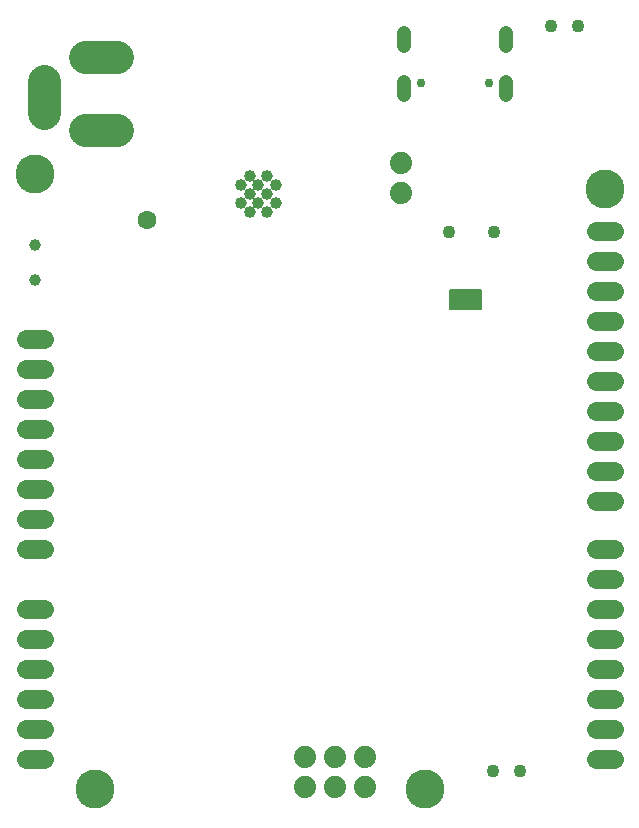
<source format=gbr>
G04 EAGLE Gerber RS-274X export*
G75*
%MOMM*%
%FSLAX34Y34*%
%LPD*%
%INSoldermask Bottom*%
%IPPOS*%
%AMOC8*
5,1,8,0,0,1.08239X$1,22.5*%
G01*
%ADD10C,3.301600*%
%ADD11C,1.601600*%
%ADD12C,1.001600*%
%ADD13C,1.101600*%
%ADD14C,1.879600*%
%ADD15C,2.801600*%
%ADD16C,1.209600*%
%ADD17C,0.751600*%
%ADD18C,1.009600*%
%ADD19C,1.601600*%

G36*
X400168Y431816D02*
X400168Y431816D01*
X400287Y431823D01*
X400325Y431836D01*
X400366Y431841D01*
X400476Y431884D01*
X400589Y431921D01*
X400624Y431943D01*
X400661Y431958D01*
X400757Y432028D01*
X400858Y432091D01*
X400886Y432121D01*
X400919Y432144D01*
X400995Y432236D01*
X401076Y432323D01*
X401096Y432358D01*
X401121Y432389D01*
X401172Y432497D01*
X401230Y432601D01*
X401240Y432641D01*
X401257Y432677D01*
X401279Y432794D01*
X401309Y432909D01*
X401313Y432970D01*
X401317Y432990D01*
X401315Y433010D01*
X401319Y433070D01*
X401319Y448310D01*
X401304Y448428D01*
X401297Y448547D01*
X401284Y448585D01*
X401279Y448626D01*
X401236Y448736D01*
X401199Y448849D01*
X401177Y448884D01*
X401162Y448921D01*
X401093Y449017D01*
X401029Y449118D01*
X400999Y449146D01*
X400976Y449179D01*
X400884Y449255D01*
X400797Y449336D01*
X400762Y449356D01*
X400731Y449381D01*
X400623Y449432D01*
X400519Y449490D01*
X400479Y449500D01*
X400443Y449517D01*
X400326Y449539D01*
X400211Y449569D01*
X400151Y449573D01*
X400131Y449577D01*
X400110Y449575D01*
X400050Y449579D01*
X374650Y449579D01*
X374532Y449564D01*
X374413Y449557D01*
X374375Y449544D01*
X374334Y449539D01*
X374224Y449496D01*
X374111Y449459D01*
X374076Y449437D01*
X374039Y449422D01*
X373943Y449353D01*
X373842Y449289D01*
X373814Y449259D01*
X373781Y449236D01*
X373706Y449144D01*
X373624Y449057D01*
X373604Y449022D01*
X373579Y448991D01*
X373528Y448883D01*
X373470Y448779D01*
X373460Y448739D01*
X373443Y448703D01*
X373421Y448586D01*
X373391Y448471D01*
X373387Y448411D01*
X373383Y448391D01*
X373384Y448384D01*
X373383Y448382D01*
X373384Y448366D01*
X373381Y448310D01*
X373381Y433070D01*
X373396Y432952D01*
X373403Y432833D01*
X373416Y432795D01*
X373421Y432754D01*
X373464Y432644D01*
X373501Y432531D01*
X373523Y432496D01*
X373538Y432459D01*
X373608Y432363D01*
X373671Y432262D01*
X373701Y432234D01*
X373724Y432201D01*
X373816Y432126D01*
X373903Y432044D01*
X373938Y432024D01*
X373969Y431999D01*
X374077Y431948D01*
X374181Y431890D01*
X374221Y431880D01*
X374257Y431863D01*
X374374Y431841D01*
X374489Y431811D01*
X374550Y431807D01*
X374570Y431803D01*
X374590Y431805D01*
X374650Y431801D01*
X400050Y431801D01*
X400168Y431816D01*
G37*
D10*
X353060Y26670D03*
X73660Y26670D03*
X505460Y534670D03*
X22860Y547370D03*
D11*
X15360Y179070D02*
X30360Y179070D01*
X30360Y153670D02*
X15360Y153670D01*
X15360Y128270D02*
X30360Y128270D01*
X30360Y102870D02*
X15360Y102870D01*
X15360Y77470D02*
X30360Y77470D01*
X30360Y52070D02*
X15360Y52070D01*
X497960Y499110D02*
X512960Y499110D01*
X512960Y473710D02*
X497960Y473710D01*
X497960Y448310D02*
X512960Y448310D01*
X512960Y422910D02*
X497960Y422910D01*
X497960Y397510D02*
X512960Y397510D01*
X512960Y372110D02*
X497960Y372110D01*
X497960Y346710D02*
X512960Y346710D01*
X512960Y321310D02*
X497960Y321310D01*
X497960Y295910D02*
X512960Y295910D01*
X512960Y270510D02*
X497960Y270510D01*
X497960Y229870D02*
X512960Y229870D01*
X512960Y204470D02*
X497960Y204470D01*
X497960Y179070D02*
X512960Y179070D01*
X512960Y153670D02*
X497960Y153670D01*
X497960Y128270D02*
X512960Y128270D01*
X512960Y102870D02*
X497960Y102870D01*
X497960Y77470D02*
X512960Y77470D01*
X512960Y52070D02*
X497960Y52070D01*
X30360Y407670D02*
X15360Y407670D01*
X15360Y382270D02*
X30360Y382270D01*
X30360Y356870D02*
X15360Y356870D01*
X15360Y331470D02*
X30360Y331470D01*
X30360Y306070D02*
X15360Y306070D01*
X15360Y280670D02*
X30360Y280670D01*
X30360Y255270D02*
X15360Y255270D01*
X15360Y229870D02*
X30360Y229870D01*
D12*
X22860Y487440D03*
X22860Y457440D03*
D13*
X373380Y497840D03*
X411480Y497840D03*
D14*
X302260Y27940D03*
X276860Y27940D03*
X251460Y27940D03*
X302260Y53340D03*
X276860Y53340D03*
X251460Y53340D03*
D15*
X92240Y584090D02*
X65240Y584090D01*
X65240Y646590D02*
X92240Y646590D01*
X30740Y626090D02*
X30740Y599090D01*
D16*
X421660Y655530D02*
X421660Y666610D01*
X335260Y666610D02*
X335260Y655530D01*
X335260Y624810D02*
X335260Y613730D01*
X421660Y613730D02*
X421660Y624810D01*
D17*
X349560Y624270D03*
X407360Y624270D03*
D18*
X204755Y545360D03*
X219755Y545360D03*
X197255Y537860D03*
X212255Y537860D03*
X227255Y537860D03*
X204755Y530360D03*
X219755Y530360D03*
X197255Y522860D03*
X212255Y522860D03*
X227255Y522860D03*
X204755Y515360D03*
X219755Y515360D03*
D13*
X482670Y672290D03*
X459670Y672290D03*
D14*
X332740Y530860D03*
X332740Y556260D03*
D19*
X118110Y508000D03*
D13*
X410648Y42085D03*
X433648Y42085D03*
M02*

</source>
